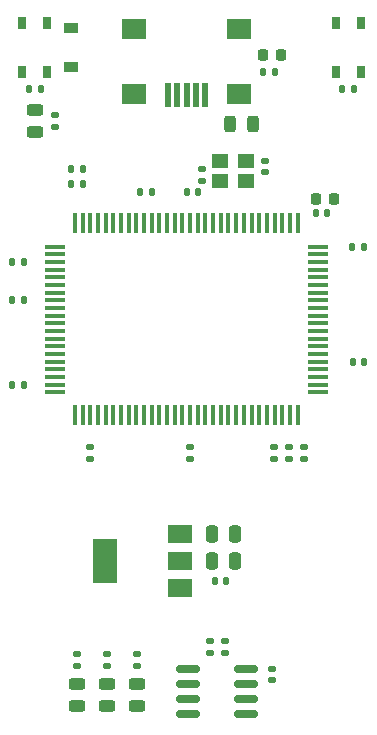
<source format=gbr>
%TF.GenerationSoftware,KiCad,Pcbnew,7.0.2-6a45011f42~172~ubuntu20.04.1*%
%TF.CreationDate,2023-04-23T14:30:36+07:00*%
%TF.ProjectId,EZ-USB-100X,455a2d55-5342-42d3-9130-30582e6b6963,rev?*%
%TF.SameCoordinates,Original*%
%TF.FileFunction,Paste,Top*%
%TF.FilePolarity,Positive*%
%FSLAX46Y46*%
G04 Gerber Fmt 4.6, Leading zero omitted, Abs format (unit mm)*
G04 Created by KiCad (PCBNEW 7.0.2-6a45011f42~172~ubuntu20.04.1) date 2023-04-23 14:30:36*
%MOMM*%
%LPD*%
G01*
G04 APERTURE LIST*
G04 Aperture macros list*
%AMRoundRect*
0 Rectangle with rounded corners*
0 $1 Rounding radius*
0 $2 $3 $4 $5 $6 $7 $8 $9 X,Y pos of 4 corners*
0 Add a 4 corners polygon primitive as box body*
4,1,4,$2,$3,$4,$5,$6,$7,$8,$9,$2,$3,0*
0 Add four circle primitives for the rounded corners*
1,1,$1+$1,$2,$3*
1,1,$1+$1,$4,$5*
1,1,$1+$1,$6,$7*
1,1,$1+$1,$8,$9*
0 Add four rect primitives between the rounded corners*
20,1,$1+$1,$2,$3,$4,$5,0*
20,1,$1+$1,$4,$5,$6,$7,0*
20,1,$1+$1,$6,$7,$8,$9,0*
20,1,$1+$1,$8,$9,$2,$3,0*%
G04 Aperture macros list end*
%ADD10RoundRect,0.135000X-0.135000X-0.185000X0.135000X-0.185000X0.135000X0.185000X-0.135000X0.185000X0*%
%ADD11RoundRect,0.140000X-0.170000X0.140000X-0.170000X-0.140000X0.170000X-0.140000X0.170000X0.140000X0*%
%ADD12RoundRect,0.250000X-0.250000X-0.475000X0.250000X-0.475000X0.250000X0.475000X-0.250000X0.475000X0*%
%ADD13RoundRect,0.243750X0.456250X-0.243750X0.456250X0.243750X-0.456250X0.243750X-0.456250X-0.243750X0*%
%ADD14R,0.650000X1.050000*%
%ADD15RoundRect,0.225000X-0.225000X-0.250000X0.225000X-0.250000X0.225000X0.250000X-0.225000X0.250000X0*%
%ADD16RoundRect,0.140000X0.170000X-0.140000X0.170000X0.140000X-0.170000X0.140000X-0.170000X-0.140000X0*%
%ADD17R,1.200000X0.900000*%
%ADD18RoundRect,0.135000X0.185000X-0.135000X0.185000X0.135000X-0.185000X0.135000X-0.185000X-0.135000X0*%
%ADD19RoundRect,0.140000X0.140000X0.170000X-0.140000X0.170000X-0.140000X-0.170000X0.140000X-0.170000X0*%
%ADD20R,1.400000X1.200000*%
%ADD21RoundRect,0.135000X-0.185000X0.135000X-0.185000X-0.135000X0.185000X-0.135000X0.185000X0.135000X0*%
%ADD22RoundRect,0.243750X-0.243750X-0.456250X0.243750X-0.456250X0.243750X0.456250X-0.243750X0.456250X0*%
%ADD23RoundRect,0.140000X-0.140000X-0.170000X0.140000X-0.170000X0.140000X0.170000X-0.140000X0.170000X0*%
%ADD24RoundRect,0.135000X0.135000X0.185000X-0.135000X0.185000X-0.135000X-0.185000X0.135000X-0.185000X0*%
%ADD25R,0.500000X2.000000*%
%ADD26R,2.000000X1.700000*%
%ADD27RoundRect,0.150000X-0.825000X-0.150000X0.825000X-0.150000X0.825000X0.150000X-0.825000X0.150000X0*%
%ADD28R,2.000000X1.500000*%
%ADD29R,2.000000X3.800000*%
%ADD30RoundRect,0.100000X-0.100000X0.775000X-0.100000X-0.775000X0.100000X-0.775000X0.100000X0.775000X0*%
%ADD31RoundRect,0.100000X-0.775000X0.100000X-0.775000X-0.100000X0.775000X-0.100000X0.775000X0.100000X0*%
G04 APERTURE END LIST*
D10*
%TO.C,R10*%
X143914400Y-55321200D03*
X144934400Y-55321200D03*
%TD*%
D11*
%TO.C,C4*%
X138811000Y-63567800D03*
X138811000Y-64527800D03*
%TD*%
D12*
%TO.C,C9*%
X139639000Y-96697800D03*
X141539000Y-96697800D03*
%TD*%
D11*
%TO.C,C19*%
X137764400Y-87099200D03*
X137764400Y-88059200D03*
%TD*%
D13*
%TO.C,D3*%
X130746500Y-109039900D03*
X130746500Y-107164900D03*
%TD*%
D14*
%TO.C,SW2*%
X150080400Y-55338800D03*
X150080400Y-51188800D03*
X152230400Y-55338800D03*
X152230400Y-51188800D03*
%TD*%
D15*
%TO.C,C7*%
X143914400Y-53873400D03*
X145464400Y-53873400D03*
%TD*%
D16*
%TO.C,C5*%
X144068800Y-63787800D03*
X144068800Y-62827800D03*
%TD*%
D17*
%TO.C,D1*%
X127711200Y-51613800D03*
X127711200Y-54913800D03*
%TD*%
D13*
%TO.C,D2*%
X124612400Y-60398900D03*
X124612400Y-58523900D03*
%TD*%
D18*
%TO.C,R9*%
X128168400Y-105640600D03*
X128168400Y-104620600D03*
%TD*%
D10*
%TO.C,R3*%
X150645400Y-56769000D03*
X151665400Y-56769000D03*
%TD*%
D11*
%TO.C,C3*%
X144907000Y-87099200D03*
X144907000Y-88059200D03*
%TD*%
D19*
%TO.C,C18*%
X134518400Y-65506600D03*
X133558400Y-65506600D03*
%TD*%
D12*
%TO.C,C6*%
X139639000Y-94411800D03*
X141539000Y-94411800D03*
%TD*%
D18*
%TO.C,R8*%
X130746500Y-105640600D03*
X130746500Y-104620600D03*
%TD*%
D20*
%TO.C,Y1*%
X142527200Y-62827800D03*
X140327200Y-62827800D03*
X140327200Y-64527800D03*
X142527200Y-64527800D03*
%TD*%
D21*
%TO.C,R1*%
X139420600Y-103477600D03*
X139420600Y-104497600D03*
%TD*%
D11*
%TO.C,C2*%
X144703800Y-105867200D03*
X144703800Y-106827200D03*
%TD*%
D22*
%TO.C,F1*%
X141175500Y-59740800D03*
X143050500Y-59740800D03*
%TD*%
D19*
%TO.C,C10*%
X123670000Y-71401200D03*
X122710000Y-71401200D03*
%TD*%
D10*
%TO.C,R4*%
X124102400Y-56769000D03*
X125122400Y-56769000D03*
%TD*%
D23*
%TO.C,C11*%
X148389400Y-67284600D03*
X149349400Y-67284600D03*
%TD*%
D24*
%TO.C,R12*%
X128676400Y-64770000D03*
X127656400Y-64770000D03*
%TD*%
D13*
%TO.C,D4*%
X128168400Y-109039900D03*
X128168400Y-107164900D03*
%TD*%
D21*
%TO.C,R7*%
X126314200Y-58926000D03*
X126314200Y-59946000D03*
%TD*%
D25*
%TO.C,J2*%
X139064800Y-57267400D03*
X138264800Y-57267400D03*
X137464800Y-57267400D03*
X136664800Y-57267400D03*
X135864800Y-57267400D03*
D26*
X141914800Y-57167400D03*
X141914800Y-51717400D03*
X133014800Y-57167400D03*
X133014800Y-51717400D03*
%TD*%
D14*
%TO.C,SW1*%
X123537400Y-55338800D03*
X123537400Y-51188800D03*
X125687400Y-55338800D03*
X125687400Y-51188800D03*
%TD*%
D23*
%TO.C,C12*%
X151564400Y-79851200D03*
X152524400Y-79851200D03*
%TD*%
D11*
%TO.C,C1*%
X147414933Y-87099200D03*
X147414933Y-88059200D03*
%TD*%
%TO.C,C8*%
X129314400Y-87099200D03*
X129314400Y-88059200D03*
%TD*%
D21*
%TO.C,R11*%
X133299200Y-104620600D03*
X133299200Y-105640600D03*
%TD*%
D23*
%TO.C,C15*%
X139855000Y-98450400D03*
X140815000Y-98450400D03*
%TD*%
D13*
%TO.C,D5*%
X133299200Y-109039900D03*
X133299200Y-107164900D03*
%TD*%
D27*
%TO.C,U2*%
X137555200Y-105867200D03*
X137555200Y-107137200D03*
X137555200Y-108407200D03*
X137555200Y-109677200D03*
X142505200Y-109677200D03*
X142505200Y-108407200D03*
X142505200Y-107137200D03*
X142505200Y-105867200D03*
%TD*%
D21*
%TO.C,R2*%
X140690600Y-103477600D03*
X140690600Y-104497600D03*
%TD*%
D11*
%TO.C,C13*%
X146160966Y-87099200D03*
X146160966Y-88059200D03*
%TD*%
D28*
%TO.C,U1*%
X136881000Y-99023200D03*
X136881000Y-96723200D03*
D29*
X130581000Y-96723200D03*
D28*
X136881000Y-94423200D03*
%TD*%
D10*
%TO.C,R5*%
X127656400Y-63576200D03*
X128676400Y-63576200D03*
%TD*%
D15*
%TO.C,C20*%
X148399200Y-66040000D03*
X149949200Y-66040000D03*
%TD*%
D19*
%TO.C,C14*%
X123670000Y-81801200D03*
X122710000Y-81801200D03*
%TD*%
D23*
%TO.C,C16*%
X137492800Y-65506600D03*
X138452800Y-65506600D03*
%TD*%
D19*
%TO.C,C17*%
X123670000Y-74651200D03*
X122710000Y-74651200D03*
%TD*%
D24*
%TO.C,R6*%
X152478200Y-70101200D03*
X151458200Y-70101200D03*
%TD*%
D30*
%TO.C,U3*%
X146864400Y-68151200D03*
X146214400Y-68151200D03*
X145564400Y-68151200D03*
X144914400Y-68151200D03*
X144264400Y-68151200D03*
X143614400Y-68151200D03*
X142964400Y-68151200D03*
X142314400Y-68151200D03*
X141664400Y-68151200D03*
X141014400Y-68151200D03*
X140364400Y-68151200D03*
X139714400Y-68151200D03*
X139064400Y-68151200D03*
X138414400Y-68151200D03*
X137764400Y-68151200D03*
X137114400Y-68151200D03*
X136464400Y-68151200D03*
X135814400Y-68151200D03*
X135164400Y-68151200D03*
X134514400Y-68151200D03*
X133864400Y-68151200D03*
X133214400Y-68151200D03*
X132564400Y-68151200D03*
X131914400Y-68151200D03*
X131264400Y-68151200D03*
X130614400Y-68151200D03*
X129964400Y-68151200D03*
X129314400Y-68151200D03*
X128664400Y-68151200D03*
X128014400Y-68151200D03*
D31*
X126314400Y-70101200D03*
X126314400Y-70751200D03*
X126314400Y-71401200D03*
X126314400Y-72051200D03*
X126314400Y-72701200D03*
X126314400Y-73351200D03*
X126314400Y-74001200D03*
X126314400Y-74651200D03*
X126314400Y-75301200D03*
X126314400Y-75951200D03*
X126314400Y-76601200D03*
X126314400Y-77251200D03*
X126314400Y-77901200D03*
X126314400Y-78551200D03*
X126314400Y-79201200D03*
X126314400Y-79851200D03*
X126314400Y-80501200D03*
X126314400Y-81151200D03*
X126314400Y-81801200D03*
X126314400Y-82451200D03*
D30*
X128014400Y-84401200D03*
X128664400Y-84401200D03*
X129314400Y-84401200D03*
X129964400Y-84401200D03*
X130614400Y-84401200D03*
X131264400Y-84401200D03*
X131914400Y-84401200D03*
X132564400Y-84401200D03*
X133214400Y-84401200D03*
X133864400Y-84401200D03*
X134514400Y-84401200D03*
X135164400Y-84401200D03*
X135814400Y-84401200D03*
X136464400Y-84401200D03*
X137114400Y-84401200D03*
X137764400Y-84401200D03*
X138414400Y-84401200D03*
X139064400Y-84401200D03*
X139714400Y-84401200D03*
X140364400Y-84401200D03*
X141014400Y-84401200D03*
X141664400Y-84401200D03*
X142314400Y-84401200D03*
X142964400Y-84401200D03*
X143614400Y-84401200D03*
X144264400Y-84401200D03*
X144914400Y-84401200D03*
X145564400Y-84401200D03*
X146214400Y-84401200D03*
X146864400Y-84401200D03*
D31*
X148564400Y-82451200D03*
X148564400Y-81801200D03*
X148564400Y-81151200D03*
X148564400Y-80501200D03*
X148564400Y-79851200D03*
X148564400Y-79201200D03*
X148564400Y-78551200D03*
X148564400Y-77901200D03*
X148564400Y-77251200D03*
X148564400Y-76601200D03*
X148564400Y-75951200D03*
X148564400Y-75301200D03*
X148564400Y-74651200D03*
X148564400Y-74001200D03*
X148564400Y-73351200D03*
X148564400Y-72701200D03*
X148564400Y-72051200D03*
X148564400Y-71401200D03*
X148564400Y-70751200D03*
X148564400Y-70101200D03*
%TD*%
M02*

</source>
